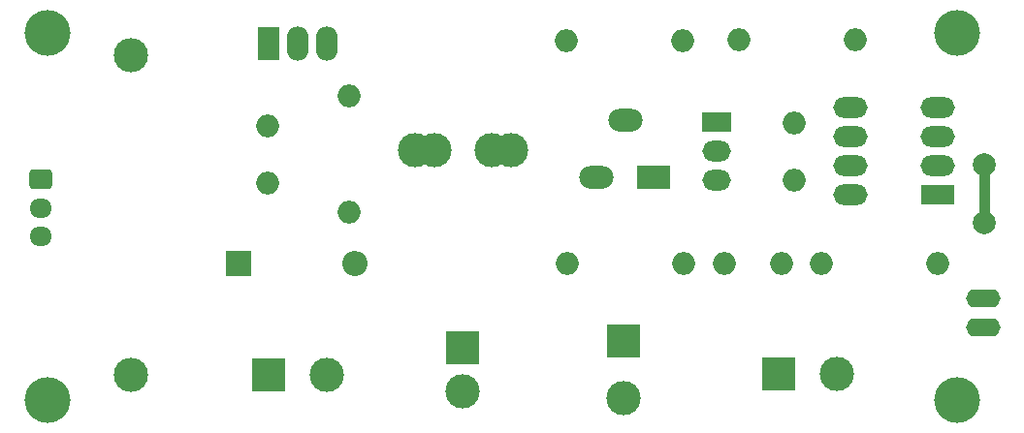
<source format=gtl>
%TF.GenerationSoftware,KiCad,Pcbnew,8.0.5*%
%TF.CreationDate,2025-03-03T20:32:12+01:00*%
%TF.ProjectId,Tester backlight LED,54657374-6572-4206-9261-636b6c696768,rev?*%
%TF.SameCoordinates,Original*%
%TF.FileFunction,Copper,L1,Top*%
%TF.FilePolarity,Positive*%
%FSLAX46Y46*%
G04 Gerber Fmt 4.6, Leading zero omitted, Abs format (unit mm)*
G04 Created by KiCad (PCBNEW 8.0.5) date 2025-03-03 20:32:12*
%MOMM*%
%LPD*%
G01*
G04 APERTURE LIST*
G04 Aperture macros list*
%AMRoundRect*
0 Rectangle with rounded corners*
0 $1 Rounding radius*
0 $2 $3 $4 $5 $6 $7 $8 $9 X,Y pos of 4 corners*
0 Add a 4 corners polygon primitive as box body*
4,1,4,$2,$3,$4,$5,$6,$7,$8,$9,$2,$3,0*
0 Add four circle primitives for the rounded corners*
1,1,$1+$1,$2,$3*
1,1,$1+$1,$4,$5*
1,1,$1+$1,$6,$7*
1,1,$1+$1,$8,$9*
0 Add four rect primitives between the rounded corners*
20,1,$1+$1,$2,$3,$4,$5,0*
20,1,$1+$1,$4,$5,$6,$7,0*
20,1,$1+$1,$6,$7,$8,$9,0*
20,1,$1+$1,$8,$9,$2,$3,0*%
G04 Aperture macros list end*
%TA.AperFunction,ComponentPad*%
%ADD10O,3.000000X1.600000*%
%TD*%
%TA.AperFunction,ComponentPad*%
%ADD11R,3.000000X3.000000*%
%TD*%
%TA.AperFunction,ComponentPad*%
%ADD12C,3.000000*%
%TD*%
%TA.AperFunction,ComponentPad*%
%ADD13C,4.000000*%
%TD*%
%TA.AperFunction,ComponentPad*%
%ADD14O,2.000000X2.000000*%
%TD*%
%TA.AperFunction,ComponentPad*%
%ADD15R,3.000000X2.000000*%
%TD*%
%TA.AperFunction,ComponentPad*%
%ADD16O,3.000000X2.000000*%
%TD*%
%TA.AperFunction,ComponentPad*%
%ADD17R,1.905000X3.000000*%
%TD*%
%TA.AperFunction,ComponentPad*%
%ADD18O,1.905000X3.000000*%
%TD*%
%TA.AperFunction,ComponentPad*%
%ADD19R,3.000000X1.800000*%
%TD*%
%TA.AperFunction,ComponentPad*%
%ADD20O,3.000000X1.800000*%
%TD*%
%TA.AperFunction,ComponentPad*%
%ADD21R,2.500000X1.800000*%
%TD*%
%TA.AperFunction,ComponentPad*%
%ADD22O,2.500000X1.800000*%
%TD*%
%TA.AperFunction,ComponentPad*%
%ADD23O,3.000000X3.000000*%
%TD*%
%TA.AperFunction,ComponentPad*%
%ADD24RoundRect,0.250000X-0.725000X0.600000X-0.725000X-0.600000X0.725000X-0.600000X0.725000X0.600000X0*%
%TD*%
%TA.AperFunction,ComponentPad*%
%ADD25O,1.950000X1.700000*%
%TD*%
%TA.AperFunction,ComponentPad*%
%ADD26R,2.200000X2.200000*%
%TD*%
%TA.AperFunction,ComponentPad*%
%ADD27O,2.200000X2.200000*%
%TD*%
%TA.AperFunction,ViaPad*%
%ADD28C,2.000000*%
%TD*%
%TA.AperFunction,Conductor*%
%ADD29C,0.900000*%
%TD*%
G04 APERTURE END LIST*
D10*
%TO.P,J7,1,Pin_1*%
%TO.N,+12V*%
X209245200Y-95097600D03*
%TO.P,J7,2,Pin_2*%
X209245200Y-97637600D03*
%TD*%
D11*
%TO.P,J1,1,Pin_1*%
%TO.N,+12V*%
X191414400Y-101752400D03*
D12*
%TO.P,J1,2,Pin_2*%
%TO.N,GND*%
X196494400Y-101752400D03*
%TD*%
D13*
%TO.P,J6,1,Pin_1*%
%TO.N,GND*%
X127558800Y-104000000D03*
%TD*%
D14*
%TO.P,R1,1*%
%TO.N,+12V*%
X205282800Y-92098800D03*
%TO.P,R1,2*%
%TO.N,Net-(U2-DIS)*%
X195122800Y-92098800D03*
%TD*%
D11*
%TO.P,C4,1*%
%TO.N,Net-(D1-K)*%
X163808600Y-99456800D03*
D12*
%TO.P,C4,2*%
%TO.N,GND*%
X163808600Y-103256800D03*
%TD*%
D14*
%TO.P,R3,1*%
%TO.N,Net-(U2-Q)*%
X183032400Y-72593200D03*
%TO.P,R3,2*%
%TO.N,Net-(Q2-G)*%
X172872400Y-72593200D03*
%TD*%
D11*
%TO.P,C5,1*%
%TO.N,+12V*%
X177901600Y-98856800D03*
D12*
%TO.P,C5,2*%
%TO.N,GND*%
X177901600Y-103856800D03*
%TD*%
D11*
%TO.P,J2,1,Pin_1*%
%TO.N,Net-(J2-Pin_1)*%
X146913600Y-101854000D03*
D12*
%TO.P,J2,2,Pin_2*%
%TO.N,GND*%
X151993600Y-101854000D03*
%TD*%
D14*
%TO.P,C2,1*%
%TO.N,Net-(U2-THR)*%
X192735200Y-79796800D03*
%TO.P,C2,2*%
%TO.N,GND*%
X192735200Y-84796800D03*
%TD*%
D15*
%TO.P,RV1,1,1*%
%TO.N,GND*%
X180503200Y-84536800D03*
D16*
%TO.P,RV1,2,2*%
%TO.N,Net-(Q1-B)*%
X178003200Y-79536800D03*
%TO.P,RV1,3,3*%
%TO.N,Net-(R5-Pad1)*%
X175503200Y-84536800D03*
%TD*%
D14*
%TO.P,R5,1*%
%TO.N,Net-(R5-Pad1)*%
X183083200Y-92098800D03*
%TO.P,R5,2*%
%TO.N,Net-(D1-K)*%
X172923200Y-92098800D03*
%TD*%
D17*
%TO.P,Q2,1,G*%
%TO.N,Net-(Q2-G)*%
X146862800Y-72850600D03*
D18*
%TO.P,Q2,2,D*%
%TO.N,Net-(D1-A)*%
X149402800Y-72850600D03*
%TO.P,Q2,3,S*%
%TO.N,GND*%
X151942800Y-72850600D03*
%TD*%
D19*
%TO.P,U2,1,GND*%
%TO.N,GND*%
X205323600Y-86096800D03*
D20*
%TO.P,U2,2,TR*%
%TO.N,Net-(U2-THR)*%
X205323600Y-83556800D03*
%TO.P,U2,3,Q*%
%TO.N,Net-(U2-Q)*%
X205323600Y-81016800D03*
%TO.P,U2,4,R*%
%TO.N,+12V*%
X205323600Y-78476800D03*
%TO.P,U2,5,CV*%
%TO.N,Net-(Q1-C)*%
X197703600Y-78476800D03*
%TO.P,U2,6,THR*%
%TO.N,Net-(U2-THR)*%
X197703600Y-81016800D03*
%TO.P,U2,7,DIS*%
%TO.N,Net-(U2-DIS)*%
X197703600Y-83556800D03*
%TO.P,U2,8,VCC*%
%TO.N,+12V*%
X197703600Y-86096800D03*
%TD*%
D14*
%TO.P,R2,1*%
%TO.N,Net-(U2-THR)*%
X198069200Y-72542400D03*
%TO.P,R2,2*%
%TO.N,Net-(U2-DIS)*%
X187909200Y-72542400D03*
%TD*%
D13*
%TO.P,J4,1,Pin_1*%
%TO.N,GND*%
X207000000Y-104000000D03*
%TD*%
D14*
%TO.P,R4,1*%
%TO.N,Net-(D1-A)*%
X153924000Y-77419200D03*
%TO.P,R4,2*%
%TO.N,Net-(C3-Pad2)*%
X153924000Y-87579200D03*
%TD*%
D13*
%TO.P,J5,1,Pin_1*%
%TO.N,GND*%
X127558800Y-71950000D03*
%TD*%
D21*
%TO.P,Q1,1,C*%
%TO.N,Net-(Q1-C)*%
X186025200Y-79756800D03*
D22*
%TO.P,Q1,2,B*%
%TO.N,Net-(Q1-B)*%
X186025200Y-82296800D03*
%TO.P,Q1,3,E*%
%TO.N,GND*%
X186025200Y-84836800D03*
%TD*%
D23*
%TO.P,R6,1*%
%TO.N,Net-(D1-K)*%
X134874000Y-73863200D03*
%TO.P,R6,2*%
%TO.N,Net-(J2-Pin_1)*%
X134874000Y-101803200D03*
%TD*%
D14*
%TO.P,C3,1*%
%TO.N,GND*%
X146812000Y-80035600D03*
%TO.P,C3,2*%
%TO.N,Net-(C3-Pad2)*%
X146812000Y-85035600D03*
%TD*%
D24*
%TO.P,J8,1,Pin_1*%
%TO.N,+12V*%
X127000000Y-84734400D03*
D25*
%TO.P,J8,2,Pin_2*%
%TO.N,GND*%
X127000000Y-87234400D03*
%TO.P,J8,3,Pin_3*%
%TO.N,Net-(J2-Pin_1)*%
X127000000Y-89734400D03*
%TD*%
D14*
%TO.P,C1,1*%
%TO.N,+12V*%
X186639200Y-92098800D03*
%TO.P,C1,2*%
%TO.N,GND*%
X191639200Y-92098800D03*
%TD*%
D12*
%TO.P,L1,1*%
%TO.N,Net-(D1-A)*%
X159664400Y-82143200D03*
X161366200Y-82143200D03*
%TO.P,L1,2*%
%TO.N,+12V*%
X166370000Y-82143200D03*
X168044400Y-82143200D03*
%TD*%
D26*
%TO.P,D1,1,K*%
%TO.N,Net-(D1-K)*%
X144221200Y-92100400D03*
D27*
%TO.P,D1,2,A*%
%TO.N,Net-(D1-A)*%
X154381200Y-92100400D03*
%TD*%
D13*
%TO.P,J3,1,Pin_1*%
%TO.N,GND*%
X207000000Y-71950000D03*
%TD*%
D28*
%TO.N,+12V*%
X209397600Y-83464400D03*
X209397600Y-88544400D03*
%TD*%
D29*
%TO.N,+12V*%
X209397600Y-88544400D02*
X209397600Y-83464400D01*
%TD*%
M02*

</source>
